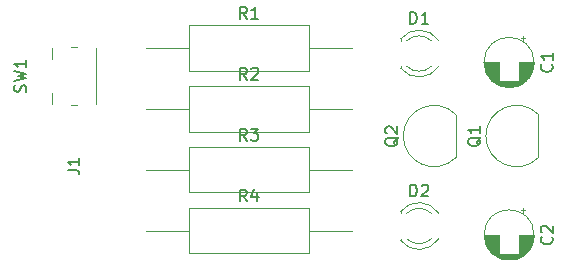
<source format=gbr>
%TF.GenerationSoftware,KiCad,Pcbnew,(5.1.10)-1*%
%TF.CreationDate,2021-09-10T13:44:00+03:00*%
%TF.ProjectId,flip-flop,666c6970-2d66-46c6-9f70-2e6b69636164,rev?*%
%TF.SameCoordinates,Original*%
%TF.FileFunction,Legend,Top*%
%TF.FilePolarity,Positive*%
%FSLAX46Y46*%
G04 Gerber Fmt 4.6, Leading zero omitted, Abs format (unit mm)*
G04 Created by KiCad (PCBNEW (5.1.10)-1) date 2021-09-10 13:44:00*
%MOMM*%
%LPD*%
G01*
G04 APERTURE LIST*
%ADD10C,0.120000*%
%ADD11C,0.150000*%
G04 APERTURE END LIST*
D10*
%TO.C,C1*%
X165315000Y-92825000D02*
G75*
G03*
X165315000Y-92825000I-2120000J0D01*
G01*
X162355000Y-92825000D02*
X161115000Y-92825000D01*
X165275000Y-92825000D02*
X164035000Y-92825000D01*
X162355000Y-92865000D02*
X161115000Y-92865000D01*
X165275000Y-92865000D02*
X164035000Y-92865000D01*
X162355000Y-92905000D02*
X161116000Y-92905000D01*
X165274000Y-92905000D02*
X164035000Y-92905000D01*
X165272000Y-92945000D02*
X164035000Y-92945000D01*
X162355000Y-92945000D02*
X161118000Y-92945000D01*
X165269000Y-92985000D02*
X164035000Y-92985000D01*
X162355000Y-92985000D02*
X161121000Y-92985000D01*
X165266000Y-93025000D02*
X164035000Y-93025000D01*
X162355000Y-93025000D02*
X161124000Y-93025000D01*
X165262000Y-93065000D02*
X164035000Y-93065000D01*
X162355000Y-93065000D02*
X161128000Y-93065000D01*
X165257000Y-93105000D02*
X164035000Y-93105000D01*
X162355000Y-93105000D02*
X161133000Y-93105000D01*
X165251000Y-93145000D02*
X164035000Y-93145000D01*
X162355000Y-93145000D02*
X161139000Y-93145000D01*
X165245000Y-93185000D02*
X164035000Y-93185000D01*
X162355000Y-93185000D02*
X161145000Y-93185000D01*
X165237000Y-93225000D02*
X164035000Y-93225000D01*
X162355000Y-93225000D02*
X161153000Y-93225000D01*
X165229000Y-93265000D02*
X164035000Y-93265000D01*
X162355000Y-93265000D02*
X161161000Y-93265000D01*
X165220000Y-93305000D02*
X164035000Y-93305000D01*
X162355000Y-93305000D02*
X161170000Y-93305000D01*
X165211000Y-93345000D02*
X164035000Y-93345000D01*
X162355000Y-93345000D02*
X161179000Y-93345000D01*
X165200000Y-93385000D02*
X164035000Y-93385000D01*
X162355000Y-93385000D02*
X161190000Y-93385000D01*
X165189000Y-93425000D02*
X164035000Y-93425000D01*
X162355000Y-93425000D02*
X161201000Y-93425000D01*
X165177000Y-93465000D02*
X164035000Y-93465000D01*
X162355000Y-93465000D02*
X161213000Y-93465000D01*
X165163000Y-93505000D02*
X164035000Y-93505000D01*
X162355000Y-93505000D02*
X161227000Y-93505000D01*
X165149000Y-93546000D02*
X164035000Y-93546000D01*
X162355000Y-93546000D02*
X161241000Y-93546000D01*
X165135000Y-93586000D02*
X164035000Y-93586000D01*
X162355000Y-93586000D02*
X161255000Y-93586000D01*
X165119000Y-93626000D02*
X164035000Y-93626000D01*
X162355000Y-93626000D02*
X161271000Y-93626000D01*
X165102000Y-93666000D02*
X164035000Y-93666000D01*
X162355000Y-93666000D02*
X161288000Y-93666000D01*
X165084000Y-93706000D02*
X164035000Y-93706000D01*
X162355000Y-93706000D02*
X161306000Y-93706000D01*
X165065000Y-93746000D02*
X164035000Y-93746000D01*
X162355000Y-93746000D02*
X161325000Y-93746000D01*
X165046000Y-93786000D02*
X164035000Y-93786000D01*
X162355000Y-93786000D02*
X161344000Y-93786000D01*
X165025000Y-93826000D02*
X164035000Y-93826000D01*
X162355000Y-93826000D02*
X161365000Y-93826000D01*
X165003000Y-93866000D02*
X164035000Y-93866000D01*
X162355000Y-93866000D02*
X161387000Y-93866000D01*
X164980000Y-93906000D02*
X164035000Y-93906000D01*
X162355000Y-93906000D02*
X161410000Y-93906000D01*
X164955000Y-93946000D02*
X164035000Y-93946000D01*
X162355000Y-93946000D02*
X161435000Y-93946000D01*
X164930000Y-93986000D02*
X164035000Y-93986000D01*
X162355000Y-93986000D02*
X161460000Y-93986000D01*
X164903000Y-94026000D02*
X164035000Y-94026000D01*
X162355000Y-94026000D02*
X161487000Y-94026000D01*
X164875000Y-94066000D02*
X164035000Y-94066000D01*
X162355000Y-94066000D02*
X161515000Y-94066000D01*
X164845000Y-94106000D02*
X164035000Y-94106000D01*
X162355000Y-94106000D02*
X161545000Y-94106000D01*
X164814000Y-94146000D02*
X164035000Y-94146000D01*
X162355000Y-94146000D02*
X161576000Y-94146000D01*
X164782000Y-94186000D02*
X164035000Y-94186000D01*
X162355000Y-94186000D02*
X161608000Y-94186000D01*
X164747000Y-94226000D02*
X164035000Y-94226000D01*
X162355000Y-94226000D02*
X161643000Y-94226000D01*
X164711000Y-94266000D02*
X164035000Y-94266000D01*
X162355000Y-94266000D02*
X161679000Y-94266000D01*
X164673000Y-94306000D02*
X164035000Y-94306000D01*
X162355000Y-94306000D02*
X161717000Y-94306000D01*
X164633000Y-94346000D02*
X164035000Y-94346000D01*
X162355000Y-94346000D02*
X161757000Y-94346000D01*
X164591000Y-94386000D02*
X164035000Y-94386000D01*
X162355000Y-94386000D02*
X161799000Y-94386000D01*
X164546000Y-94426000D02*
X161844000Y-94426000D01*
X164499000Y-94466000D02*
X161891000Y-94466000D01*
X164449000Y-94506000D02*
X161941000Y-94506000D01*
X164395000Y-94546000D02*
X161995000Y-94546000D01*
X164337000Y-94586000D02*
X162053000Y-94586000D01*
X164275000Y-94626000D02*
X162115000Y-94626000D01*
X164208000Y-94666000D02*
X162182000Y-94666000D01*
X164135000Y-94706000D02*
X162255000Y-94706000D01*
X164054000Y-94746000D02*
X162336000Y-94746000D01*
X163963000Y-94786000D02*
X162427000Y-94786000D01*
X163859000Y-94826000D02*
X162531000Y-94826000D01*
X163732000Y-94866000D02*
X162658000Y-94866000D01*
X163565000Y-94906000D02*
X162825000Y-94906000D01*
X164390000Y-90555199D02*
X164390000Y-90955199D01*
X164590000Y-90755199D02*
X164190000Y-90755199D01*
%TO.C,C2*%
X164590000Y-105360199D02*
X164190000Y-105360199D01*
X164390000Y-105160199D02*
X164390000Y-105560199D01*
X163565000Y-109511000D02*
X162825000Y-109511000D01*
X163732000Y-109471000D02*
X162658000Y-109471000D01*
X163859000Y-109431000D02*
X162531000Y-109431000D01*
X163963000Y-109391000D02*
X162427000Y-109391000D01*
X164054000Y-109351000D02*
X162336000Y-109351000D01*
X164135000Y-109311000D02*
X162255000Y-109311000D01*
X164208000Y-109271000D02*
X162182000Y-109271000D01*
X164275000Y-109231000D02*
X162115000Y-109231000D01*
X164337000Y-109191000D02*
X162053000Y-109191000D01*
X164395000Y-109151000D02*
X161995000Y-109151000D01*
X164449000Y-109111000D02*
X161941000Y-109111000D01*
X164499000Y-109071000D02*
X161891000Y-109071000D01*
X164546000Y-109031000D02*
X161844000Y-109031000D01*
X162355000Y-108991000D02*
X161799000Y-108991000D01*
X164591000Y-108991000D02*
X164035000Y-108991000D01*
X162355000Y-108951000D02*
X161757000Y-108951000D01*
X164633000Y-108951000D02*
X164035000Y-108951000D01*
X162355000Y-108911000D02*
X161717000Y-108911000D01*
X164673000Y-108911000D02*
X164035000Y-108911000D01*
X162355000Y-108871000D02*
X161679000Y-108871000D01*
X164711000Y-108871000D02*
X164035000Y-108871000D01*
X162355000Y-108831000D02*
X161643000Y-108831000D01*
X164747000Y-108831000D02*
X164035000Y-108831000D01*
X162355000Y-108791000D02*
X161608000Y-108791000D01*
X164782000Y-108791000D02*
X164035000Y-108791000D01*
X162355000Y-108751000D02*
X161576000Y-108751000D01*
X164814000Y-108751000D02*
X164035000Y-108751000D01*
X162355000Y-108711000D02*
X161545000Y-108711000D01*
X164845000Y-108711000D02*
X164035000Y-108711000D01*
X162355000Y-108671000D02*
X161515000Y-108671000D01*
X164875000Y-108671000D02*
X164035000Y-108671000D01*
X162355000Y-108631000D02*
X161487000Y-108631000D01*
X164903000Y-108631000D02*
X164035000Y-108631000D01*
X162355000Y-108591000D02*
X161460000Y-108591000D01*
X164930000Y-108591000D02*
X164035000Y-108591000D01*
X162355000Y-108551000D02*
X161435000Y-108551000D01*
X164955000Y-108551000D02*
X164035000Y-108551000D01*
X162355000Y-108511000D02*
X161410000Y-108511000D01*
X164980000Y-108511000D02*
X164035000Y-108511000D01*
X162355000Y-108471000D02*
X161387000Y-108471000D01*
X165003000Y-108471000D02*
X164035000Y-108471000D01*
X162355000Y-108431000D02*
X161365000Y-108431000D01*
X165025000Y-108431000D02*
X164035000Y-108431000D01*
X162355000Y-108391000D02*
X161344000Y-108391000D01*
X165046000Y-108391000D02*
X164035000Y-108391000D01*
X162355000Y-108351000D02*
X161325000Y-108351000D01*
X165065000Y-108351000D02*
X164035000Y-108351000D01*
X162355000Y-108311000D02*
X161306000Y-108311000D01*
X165084000Y-108311000D02*
X164035000Y-108311000D01*
X162355000Y-108271000D02*
X161288000Y-108271000D01*
X165102000Y-108271000D02*
X164035000Y-108271000D01*
X162355000Y-108231000D02*
X161271000Y-108231000D01*
X165119000Y-108231000D02*
X164035000Y-108231000D01*
X162355000Y-108191000D02*
X161255000Y-108191000D01*
X165135000Y-108191000D02*
X164035000Y-108191000D01*
X162355000Y-108151000D02*
X161241000Y-108151000D01*
X165149000Y-108151000D02*
X164035000Y-108151000D01*
X162355000Y-108110000D02*
X161227000Y-108110000D01*
X165163000Y-108110000D02*
X164035000Y-108110000D01*
X162355000Y-108070000D02*
X161213000Y-108070000D01*
X165177000Y-108070000D02*
X164035000Y-108070000D01*
X162355000Y-108030000D02*
X161201000Y-108030000D01*
X165189000Y-108030000D02*
X164035000Y-108030000D01*
X162355000Y-107990000D02*
X161190000Y-107990000D01*
X165200000Y-107990000D02*
X164035000Y-107990000D01*
X162355000Y-107950000D02*
X161179000Y-107950000D01*
X165211000Y-107950000D02*
X164035000Y-107950000D01*
X162355000Y-107910000D02*
X161170000Y-107910000D01*
X165220000Y-107910000D02*
X164035000Y-107910000D01*
X162355000Y-107870000D02*
X161161000Y-107870000D01*
X165229000Y-107870000D02*
X164035000Y-107870000D01*
X162355000Y-107830000D02*
X161153000Y-107830000D01*
X165237000Y-107830000D02*
X164035000Y-107830000D01*
X162355000Y-107790000D02*
X161145000Y-107790000D01*
X165245000Y-107790000D02*
X164035000Y-107790000D01*
X162355000Y-107750000D02*
X161139000Y-107750000D01*
X165251000Y-107750000D02*
X164035000Y-107750000D01*
X162355000Y-107710000D02*
X161133000Y-107710000D01*
X165257000Y-107710000D02*
X164035000Y-107710000D01*
X162355000Y-107670000D02*
X161128000Y-107670000D01*
X165262000Y-107670000D02*
X164035000Y-107670000D01*
X162355000Y-107630000D02*
X161124000Y-107630000D01*
X165266000Y-107630000D02*
X164035000Y-107630000D01*
X162355000Y-107590000D02*
X161121000Y-107590000D01*
X165269000Y-107590000D02*
X164035000Y-107590000D01*
X162355000Y-107550000D02*
X161118000Y-107550000D01*
X165272000Y-107550000D02*
X164035000Y-107550000D01*
X165274000Y-107510000D02*
X164035000Y-107510000D01*
X162355000Y-107510000D02*
X161116000Y-107510000D01*
X165275000Y-107470000D02*
X164035000Y-107470000D01*
X162355000Y-107470000D02*
X161115000Y-107470000D01*
X165275000Y-107430000D02*
X164035000Y-107430000D01*
X162355000Y-107430000D02*
X161115000Y-107430000D01*
X165315000Y-107430000D02*
G75*
G03*
X165315000Y-107430000I-2120000J0D01*
G01*
%TO.C,D1*%
X154015000Y-93155000D02*
X154015000Y-93311000D01*
X154015000Y-90839000D02*
X154015000Y-90995000D01*
X156616130Y-93154837D02*
G75*
G02*
X154534039Y-93155000I-1041130J1079837D01*
G01*
X156616130Y-90995163D02*
G75*
G03*
X154534039Y-90995000I-1041130J-1079837D01*
G01*
X157247335Y-93153608D02*
G75*
G02*
X154015000Y-93310516I-1672335J1078608D01*
G01*
X157247335Y-90996392D02*
G75*
G03*
X154015000Y-90839484I-1672335J-1078608D01*
G01*
%TO.C,D2*%
X154015000Y-105444000D02*
X154015000Y-105600000D01*
X154015000Y-107760000D02*
X154015000Y-107916000D01*
X157247335Y-105601392D02*
G75*
G03*
X154015000Y-105444484I-1672335J-1078608D01*
G01*
X157247335Y-107758608D02*
G75*
G02*
X154015000Y-107915516I-1672335J1078608D01*
G01*
X156616130Y-105600163D02*
G75*
G03*
X154534039Y-105600000I-1041130J-1079837D01*
G01*
X156616130Y-107759837D02*
G75*
G02*
X154534039Y-107760000I-1041130J1079837D01*
G01*
%TO.C,Q1*%
X165680000Y-100860000D02*
X165680000Y-97260000D01*
X165668478Y-97221522D02*
G75*
G03*
X161230000Y-99060000I-1838478J-1838478D01*
G01*
X165668478Y-100898478D02*
G75*
G02*
X161230000Y-99060000I-1838478J1838478D01*
G01*
%TO.C,Q2*%
X158695000Y-100860000D02*
X158695000Y-97260000D01*
X158683478Y-100898478D02*
G75*
G02*
X154245000Y-99060000I-1838478J1838478D01*
G01*
X158683478Y-97221522D02*
G75*
G03*
X154245000Y-99060000I-1838478J-1838478D01*
G01*
%TO.C,R1*%
X149895001Y-91610001D02*
X146245001Y-91610001D01*
X132455001Y-91610001D02*
X136105001Y-91610001D01*
X146245001Y-89690001D02*
X136105001Y-89690001D01*
X146245001Y-93530001D02*
X146245001Y-89690001D01*
X136105001Y-93530001D02*
X146245001Y-93530001D01*
X136105001Y-89690001D02*
X136105001Y-93530001D01*
%TO.C,R2*%
X136105001Y-94840001D02*
X136105001Y-98680001D01*
X136105001Y-98680001D02*
X146245001Y-98680001D01*
X146245001Y-98680001D02*
X146245001Y-94840001D01*
X146245001Y-94840001D02*
X136105001Y-94840001D01*
X132455001Y-96760001D02*
X136105001Y-96760001D01*
X149895001Y-96760001D02*
X146245001Y-96760001D01*
%TO.C,R3*%
X149895001Y-101910001D02*
X146245001Y-101910001D01*
X132455001Y-101910001D02*
X136105001Y-101910001D01*
X146245001Y-99990001D02*
X136105001Y-99990001D01*
X146245001Y-103830001D02*
X146245001Y-99990001D01*
X136105001Y-103830001D02*
X146245001Y-103830001D01*
X136105001Y-99990001D02*
X136105001Y-103830001D01*
%TO.C,R4*%
X136105001Y-105140001D02*
X136105001Y-108980001D01*
X136105001Y-108980001D02*
X146245001Y-108980001D01*
X146245001Y-108980001D02*
X146245001Y-105140001D01*
X146245001Y-105140001D02*
X136105001Y-105140001D01*
X132455001Y-107060001D02*
X136105001Y-107060001D01*
X149895001Y-107060001D02*
X146245001Y-107060001D01*
%TO.C,SW1*%
X124515000Y-91630000D02*
X124515000Y-92555000D01*
X128215000Y-91630000D02*
X128215000Y-96330000D01*
X126640000Y-96430000D02*
X126090000Y-96430000D01*
X126640000Y-91530000D02*
X126090000Y-91530000D01*
X124515000Y-95405000D02*
X124515000Y-96330000D01*
%TO.C,C1*%
D11*
X166802142Y-92991666D02*
X166849761Y-93039285D01*
X166897380Y-93182142D01*
X166897380Y-93277380D01*
X166849761Y-93420238D01*
X166754523Y-93515476D01*
X166659285Y-93563095D01*
X166468809Y-93610714D01*
X166325952Y-93610714D01*
X166135476Y-93563095D01*
X166040238Y-93515476D01*
X165945000Y-93420238D01*
X165897380Y-93277380D01*
X165897380Y-93182142D01*
X165945000Y-93039285D01*
X165992619Y-92991666D01*
X166897380Y-92039285D02*
X166897380Y-92610714D01*
X166897380Y-92325000D02*
X165897380Y-92325000D01*
X166040238Y-92420238D01*
X166135476Y-92515476D01*
X166183095Y-92610714D01*
%TO.C,C2*%
X166802142Y-107596666D02*
X166849761Y-107644285D01*
X166897380Y-107787142D01*
X166897380Y-107882380D01*
X166849761Y-108025238D01*
X166754523Y-108120476D01*
X166659285Y-108168095D01*
X166468809Y-108215714D01*
X166325952Y-108215714D01*
X166135476Y-108168095D01*
X166040238Y-108120476D01*
X165945000Y-108025238D01*
X165897380Y-107882380D01*
X165897380Y-107787142D01*
X165945000Y-107644285D01*
X165992619Y-107596666D01*
X165992619Y-107215714D02*
X165945000Y-107168095D01*
X165897380Y-107072857D01*
X165897380Y-106834761D01*
X165945000Y-106739523D01*
X165992619Y-106691904D01*
X166087857Y-106644285D01*
X166183095Y-106644285D01*
X166325952Y-106691904D01*
X166897380Y-107263333D01*
X166897380Y-106644285D01*
%TO.C,D1*%
X154836904Y-89567380D02*
X154836904Y-88567380D01*
X155075000Y-88567380D01*
X155217857Y-88615000D01*
X155313095Y-88710238D01*
X155360714Y-88805476D01*
X155408333Y-88995952D01*
X155408333Y-89138809D01*
X155360714Y-89329285D01*
X155313095Y-89424523D01*
X155217857Y-89519761D01*
X155075000Y-89567380D01*
X154836904Y-89567380D01*
X156360714Y-89567380D02*
X155789285Y-89567380D01*
X156075000Y-89567380D02*
X156075000Y-88567380D01*
X155979761Y-88710238D01*
X155884523Y-88805476D01*
X155789285Y-88853095D01*
%TO.C,D2*%
X154836904Y-104172380D02*
X154836904Y-103172380D01*
X155075000Y-103172380D01*
X155217857Y-103220000D01*
X155313095Y-103315238D01*
X155360714Y-103410476D01*
X155408333Y-103600952D01*
X155408333Y-103743809D01*
X155360714Y-103934285D01*
X155313095Y-104029523D01*
X155217857Y-104124761D01*
X155075000Y-104172380D01*
X154836904Y-104172380D01*
X155789285Y-103267619D02*
X155836904Y-103220000D01*
X155932142Y-103172380D01*
X156170238Y-103172380D01*
X156265476Y-103220000D01*
X156313095Y-103267619D01*
X156360714Y-103362857D01*
X156360714Y-103458095D01*
X156313095Y-103600952D01*
X155741666Y-104172380D01*
X156360714Y-104172380D01*
%TO.C,J1*%
X125817380Y-101933333D02*
X126531666Y-101933333D01*
X126674523Y-101980952D01*
X126769761Y-102076190D01*
X126817380Y-102219047D01*
X126817380Y-102314285D01*
X126817380Y-100933333D02*
X126817380Y-101504761D01*
X126817380Y-101219047D02*
X125817380Y-101219047D01*
X125960238Y-101314285D01*
X126055476Y-101409523D01*
X126103095Y-101504761D01*
%TO.C,Q1*%
X160817619Y-99155238D02*
X160770000Y-99250476D01*
X160674761Y-99345714D01*
X160531904Y-99488571D01*
X160484285Y-99583809D01*
X160484285Y-99679047D01*
X160722380Y-99631428D02*
X160674761Y-99726666D01*
X160579523Y-99821904D01*
X160389047Y-99869523D01*
X160055714Y-99869523D01*
X159865238Y-99821904D01*
X159770000Y-99726666D01*
X159722380Y-99631428D01*
X159722380Y-99440952D01*
X159770000Y-99345714D01*
X159865238Y-99250476D01*
X160055714Y-99202857D01*
X160389047Y-99202857D01*
X160579523Y-99250476D01*
X160674761Y-99345714D01*
X160722380Y-99440952D01*
X160722380Y-99631428D01*
X160722380Y-98250476D02*
X160722380Y-98821904D01*
X160722380Y-98536190D02*
X159722380Y-98536190D01*
X159865238Y-98631428D01*
X159960476Y-98726666D01*
X160008095Y-98821904D01*
%TO.C,Q2*%
X153832619Y-99155238D02*
X153785000Y-99250476D01*
X153689761Y-99345714D01*
X153546904Y-99488571D01*
X153499285Y-99583809D01*
X153499285Y-99679047D01*
X153737380Y-99631428D02*
X153689761Y-99726666D01*
X153594523Y-99821904D01*
X153404047Y-99869523D01*
X153070714Y-99869523D01*
X152880238Y-99821904D01*
X152785000Y-99726666D01*
X152737380Y-99631428D01*
X152737380Y-99440952D01*
X152785000Y-99345714D01*
X152880238Y-99250476D01*
X153070714Y-99202857D01*
X153404047Y-99202857D01*
X153594523Y-99250476D01*
X153689761Y-99345714D01*
X153737380Y-99440952D01*
X153737380Y-99631428D01*
X152832619Y-98821904D02*
X152785000Y-98774285D01*
X152737380Y-98679047D01*
X152737380Y-98440952D01*
X152785000Y-98345714D01*
X152832619Y-98298095D01*
X152927857Y-98250476D01*
X153023095Y-98250476D01*
X153165952Y-98298095D01*
X153737380Y-98869523D01*
X153737380Y-98250476D01*
%TO.C,R1*%
X141008334Y-89142381D02*
X140675001Y-88666191D01*
X140436905Y-89142381D02*
X140436905Y-88142381D01*
X140817858Y-88142381D01*
X140913096Y-88190001D01*
X140960715Y-88237620D01*
X141008334Y-88332858D01*
X141008334Y-88475715D01*
X140960715Y-88570953D01*
X140913096Y-88618572D01*
X140817858Y-88666191D01*
X140436905Y-88666191D01*
X141960715Y-89142381D02*
X141389286Y-89142381D01*
X141675001Y-89142381D02*
X141675001Y-88142381D01*
X141579762Y-88285239D01*
X141484524Y-88380477D01*
X141389286Y-88428096D01*
%TO.C,R2*%
X141008334Y-94292381D02*
X140675001Y-93816191D01*
X140436905Y-94292381D02*
X140436905Y-93292381D01*
X140817858Y-93292381D01*
X140913096Y-93340001D01*
X140960715Y-93387620D01*
X141008334Y-93482858D01*
X141008334Y-93625715D01*
X140960715Y-93720953D01*
X140913096Y-93768572D01*
X140817858Y-93816191D01*
X140436905Y-93816191D01*
X141389286Y-93387620D02*
X141436905Y-93340001D01*
X141532143Y-93292381D01*
X141770239Y-93292381D01*
X141865477Y-93340001D01*
X141913096Y-93387620D01*
X141960715Y-93482858D01*
X141960715Y-93578096D01*
X141913096Y-93720953D01*
X141341667Y-94292381D01*
X141960715Y-94292381D01*
%TO.C,R3*%
X141008334Y-99442381D02*
X140675001Y-98966191D01*
X140436905Y-99442381D02*
X140436905Y-98442381D01*
X140817858Y-98442381D01*
X140913096Y-98490001D01*
X140960715Y-98537620D01*
X141008334Y-98632858D01*
X141008334Y-98775715D01*
X140960715Y-98870953D01*
X140913096Y-98918572D01*
X140817858Y-98966191D01*
X140436905Y-98966191D01*
X141341667Y-98442381D02*
X141960715Y-98442381D01*
X141627381Y-98823334D01*
X141770239Y-98823334D01*
X141865477Y-98870953D01*
X141913096Y-98918572D01*
X141960715Y-99013810D01*
X141960715Y-99251905D01*
X141913096Y-99347143D01*
X141865477Y-99394762D01*
X141770239Y-99442381D01*
X141484524Y-99442381D01*
X141389286Y-99394762D01*
X141341667Y-99347143D01*
%TO.C,R4*%
X141008334Y-104592381D02*
X140675001Y-104116191D01*
X140436905Y-104592381D02*
X140436905Y-103592381D01*
X140817858Y-103592381D01*
X140913096Y-103640001D01*
X140960715Y-103687620D01*
X141008334Y-103782858D01*
X141008334Y-103925715D01*
X140960715Y-104020953D01*
X140913096Y-104068572D01*
X140817858Y-104116191D01*
X140436905Y-104116191D01*
X141865477Y-103925715D02*
X141865477Y-104592381D01*
X141627381Y-103544762D02*
X141389286Y-104259048D01*
X142008334Y-104259048D01*
%TO.C,SW1*%
X122269761Y-95313333D02*
X122317380Y-95170476D01*
X122317380Y-94932380D01*
X122269761Y-94837142D01*
X122222142Y-94789523D01*
X122126904Y-94741904D01*
X122031666Y-94741904D01*
X121936428Y-94789523D01*
X121888809Y-94837142D01*
X121841190Y-94932380D01*
X121793571Y-95122857D01*
X121745952Y-95218095D01*
X121698333Y-95265714D01*
X121603095Y-95313333D01*
X121507857Y-95313333D01*
X121412619Y-95265714D01*
X121365000Y-95218095D01*
X121317380Y-95122857D01*
X121317380Y-94884761D01*
X121365000Y-94741904D01*
X121317380Y-94408571D02*
X122317380Y-94170476D01*
X121603095Y-93980000D01*
X122317380Y-93789523D01*
X121317380Y-93551428D01*
X122317380Y-92646666D02*
X122317380Y-93218095D01*
X122317380Y-92932380D02*
X121317380Y-92932380D01*
X121460238Y-93027619D01*
X121555476Y-93122857D01*
X121603095Y-93218095D01*
%TD*%
M02*

</source>
